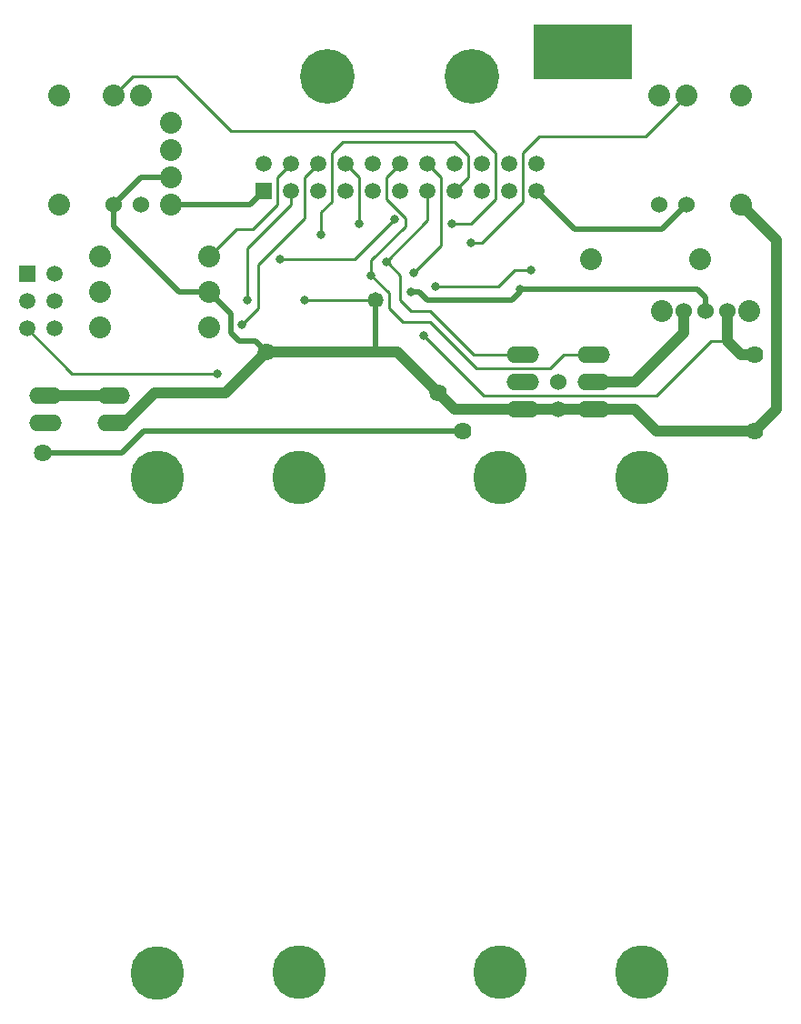
<source format=gtl>
%FSAX44Y44*%
%MOMM*%
G71*
G01*
G75*
G04 Layer_Physical_Order=1*
G04 Layer_Color=255*
%ADD10C,1.0160*%
%ADD11C,0.2540*%
%ADD12C,0.5080*%
%ADD13R,9.1440X5.0800*%
%ADD14O,3.0480X1.5240*%
%ADD15C,1.5240*%
%ADD16C,2.0320*%
%ADD17C,5.0038*%
%ADD18C,1.5000*%
%ADD19R,1.5000X1.5000*%
%ADD20R,1.5000X1.5000*%
%ADD21C,0.8128*%
%ADD22C,5.0800*%
%ADD23C,1.6256*%
%ADD24C,1.4732*%
D10*
X01147318Y01408430D02*
Y01428750D01*
X01101598Y01362710D02*
X01147318Y01408430D01*
X01063498Y01362710D02*
X01101598D01*
X01187958Y01400810D02*
Y01428750D01*
Y01400810D02*
X01200658Y01388110D01*
X01213358D01*
X00918718Y01352550D02*
X00933958Y01337310D01*
X00997458D01*
X00626618Y01324610D02*
X00654558Y01352550D01*
X01213358Y01316990D02*
X01233678Y01337310D01*
X01121918Y01316990D02*
X01213358D01*
X01101598Y01337310D02*
X01121918Y01316990D01*
X01063498Y01337310D02*
X01101598D01*
X00552958Y01350010D02*
X00616458D01*
X00997458Y01337310D02*
X01030478D01*
X01063498D01*
X01198118Y01527810D02*
X01200658D01*
X01233678Y01494790D01*
Y01337310D02*
Y01494790D01*
X00720598Y01352550D02*
X00758698Y01390650D01*
X00654558Y01352550D02*
X00720598D01*
X00758698Y01390650D02*
X00880618D01*
X00918718Y01352550D01*
D11*
X01172718Y01400810D02*
X01187958D01*
X00921258Y01489710D02*
Y01553210D01*
X00908558Y01565910D02*
X00921258Y01553210D01*
X00946658D02*
Y01573530D01*
X00933958Y01586230D02*
X00946658Y01573530D01*
X00829818Y01586230D02*
X00933958D01*
Y01540510D02*
X00946658Y01553210D01*
X00959358Y01492250D02*
X00997458Y01530350D01*
X00949198Y01492250D02*
X00959358D01*
X00949198Y01510030D02*
X00972058Y01532890D01*
X00931418Y01510030D02*
X00949198D01*
X00972058Y01532890D02*
Y01576070D01*
X00951738Y01596390D02*
X00972058Y01576070D01*
X00845058Y01510030D02*
Y01553210D01*
X00577850Y01370330D02*
X00712978D01*
X00535940Y01412240D02*
X00577850Y01370330D01*
X00794258Y01438910D02*
X00860298D01*
X00994918Y01446530D02*
Y01449070D01*
X00974598Y01451610D02*
X00989838Y01466850D01*
X01005078D01*
X00916178Y01451610D02*
X00974598D01*
X00908558Y01512803D02*
Y01540510D01*
X01035558Y01388110D02*
X01063498D01*
X00904864Y01405890D02*
X00960744Y01350010D01*
X01121918D01*
X01172718Y01400810D01*
X01022858Y01375410D02*
X01035558Y01388110D01*
X00951738D02*
X00997458D01*
X00954278Y01375410D02*
X01022858D01*
X00911098Y01418590D02*
X00954278Y01375410D01*
X00885698Y01418590D02*
X00911098D01*
X00870225Y01474470D02*
X00908558Y01512803D01*
X00911098Y01428750D02*
X00951738Y01388110D01*
X00893318Y01428750D02*
X00911098D01*
X00768858Y01553210D02*
X00781558Y01565910D01*
X00794258Y01553210D02*
X00806958Y01565910D01*
X00832358D02*
X00845058Y01553210D01*
X00809731Y01499637D02*
Y01520423D01*
X00819658Y01530350D01*
Y01576070D01*
X00895858Y01464310D02*
X00921258Y01489710D01*
X00819658Y01576070D02*
X00829818Y01586230D01*
X00781558Y01527810D02*
Y01540510D01*
X00870458Y01553210D02*
X00883158Y01565910D01*
X00870458Y01532890D02*
Y01553210D01*
X00856372Y01461770D02*
Y01475624D01*
X00888238Y01507490D01*
Y01515110D01*
X00870458Y01532890D02*
X00888238Y01515110D01*
X00841020Y01477010D02*
X00878078Y01514068D01*
X00771398Y01477010D02*
X00841020D01*
X00794258Y01515110D02*
Y01553210D01*
X00751078Y01471930D02*
X00794258Y01515110D01*
X00740918Y01487170D02*
X00781558Y01527810D01*
X00768858D02*
Y01553210D01*
X00997458Y01530350D02*
Y01576070D01*
X01012698Y01591310D01*
X01111758D01*
X01149858Y01629410D01*
X00735838Y01416050D02*
X00751078Y01431290D01*
Y01471930D01*
X00740918Y01438910D02*
Y01487170D01*
X00745998Y01504950D02*
X00768858Y01527810D01*
X00705358Y01479550D02*
X00730758Y01504950D01*
X00745998D01*
X00872998Y01431290D02*
X00885698Y01418590D01*
X00872998Y01431290D02*
Y01445144D01*
X00856372Y01461770D02*
X00872998Y01445144D01*
X00883158Y01438910D02*
X00893318Y01428750D01*
X00883158Y01438910D02*
Y01461537D01*
X00872628Y01472068D02*
X00883158Y01461537D01*
X00616458Y01629410D02*
X00634238Y01647190D01*
X00674878D01*
X00725678Y01596390D01*
X00951738D01*
D12*
X01167638Y01428750D02*
Y01441450D01*
X01160018Y01449070D02*
X01167638Y01441450D01*
X00994918Y01449070D02*
X01160018D01*
X00987298Y01438910D02*
X00994918Y01446530D01*
X00908558Y01438910D02*
X00987298D01*
X00900938Y01446530D02*
X00908558Y01438910D01*
X00893318Y01446530D02*
X00900938D01*
X00860298Y01390650D02*
Y01438910D01*
X01010158Y01540510D02*
X01045718Y01504950D01*
X01126998D01*
X01149858Y01527810D01*
X00705358Y01446530D02*
X00725678Y01426210D01*
X00677418Y01446530D02*
X00705358D01*
X00616458Y01507490D02*
X00677418Y01446530D01*
X00616458Y01507490D02*
Y01527810D01*
X00667258D02*
X00743458D01*
X00756158Y01540510D01*
X00616458Y01527810D02*
X00641858Y01553210D01*
X00669798D01*
X00550418Y01296670D02*
X00624078D01*
X00644398Y01316990D02*
X00941578D01*
X00624078Y01296670D02*
X00644398Y01316990D01*
X00748538Y01400810D02*
X00758698Y01390650D01*
X00725678Y01408430D02*
Y01426210D01*
Y01408430D02*
X00733298Y01400810D01*
X00748538D01*
D13*
X01053338Y01670050D02*
D03*
D14*
X01063498Y01362710D02*
D03*
Y01388110D02*
D03*
Y01337310D02*
D03*
X00997458Y01362710D02*
D03*
Y01388110D02*
D03*
Y01337310D02*
D03*
X00552958Y01350010D02*
D03*
Y01324610D02*
D03*
X00616458Y01350010D02*
D03*
Y01324610D02*
D03*
D15*
X01030478Y01362710D02*
D03*
Y01337310D02*
D03*
X01149858Y01527810D02*
D03*
X01124458D02*
D03*
X00616458D02*
D03*
X00641858D02*
D03*
X01167638Y01428750D02*
D03*
X01187638D02*
D03*
X01147638D02*
D03*
D16*
X00705358Y01413510D02*
D03*
X00603758D02*
D03*
X01060958Y01477010D02*
D03*
X01162558D02*
D03*
X00565658Y01527810D02*
D03*
Y01629410D02*
D03*
X00641858D02*
D03*
X00616458D02*
D03*
X01124458D02*
D03*
X01149858D02*
D03*
X01200658Y01527810D02*
D03*
Y01629410D02*
D03*
X00705358Y01446530D02*
D03*
X00603758D02*
D03*
Y01479550D02*
D03*
X00705358D02*
D03*
X00669798Y01527810D02*
D03*
Y01578610D02*
D03*
Y01604010D02*
D03*
Y01553210D02*
D03*
X01208638Y01428750D02*
D03*
X01126638D02*
D03*
D17*
X00657352Y00812292D02*
D03*
X01108202Y00812800D02*
D03*
X00789178D02*
D03*
X00976376D02*
D03*
X00657352Y01273175D02*
D03*
X01108202D02*
D03*
X00789178D02*
D03*
X00976376D02*
D03*
D18*
X00561340Y01412240D02*
D03*
X00535940D02*
D03*
X00561340Y01437640D02*
D03*
X00535940D02*
D03*
X00561340Y01463040D02*
D03*
X00756158Y01565910D02*
D03*
X00781558Y01540510D02*
D03*
Y01565910D02*
D03*
X00806958Y01540510D02*
D03*
Y01565910D02*
D03*
X00832358Y01540510D02*
D03*
Y01565910D02*
D03*
X00857758Y01540510D02*
D03*
Y01565910D02*
D03*
X00883158Y01540510D02*
D03*
Y01565910D02*
D03*
X00908558Y01540510D02*
D03*
Y01565910D02*
D03*
X00933958Y01540510D02*
D03*
Y01565910D02*
D03*
X00959358Y01540510D02*
D03*
Y01565910D02*
D03*
X00984758Y01540510D02*
D03*
Y01565910D02*
D03*
X01010158Y01540510D02*
D03*
Y01565910D02*
D03*
D19*
X00535940Y01463040D02*
D03*
D20*
X00756158Y01540510D02*
D03*
D21*
X00878078Y01514068D02*
D03*
X00803275Y01634617D02*
D03*
X00798068Y01647190D02*
D03*
X00803275Y01659763D02*
D03*
X00815848Y01664970D02*
D03*
X00828421Y01659763D02*
D03*
X00833628Y01647190D02*
D03*
X00828421Y01634617D02*
D03*
X00815848Y01629410D02*
D03*
X00950468D02*
D03*
X00963041Y01634617D02*
D03*
X00968248Y01647190D02*
D03*
X00963041Y01659763D02*
D03*
X00950468Y01664970D02*
D03*
X00937895Y01659763D02*
D03*
X00932688Y01647190D02*
D03*
X00937895Y01634617D02*
D03*
X00794258Y01438910D02*
D03*
X00994918Y01449070D02*
D03*
X01005078Y01466850D02*
D03*
X00712978Y01370330D02*
D03*
X00904864Y01405890D02*
D03*
X00856372Y01461770D02*
D03*
X00870225Y01474470D02*
D03*
X00931418Y01510030D02*
D03*
X00949198Y01492250D02*
D03*
X00916178Y01451610D02*
D03*
X00845058Y01510030D02*
D03*
X00809731Y01499637D02*
D03*
X00895858Y01464310D02*
D03*
X00893318Y01446530D02*
D03*
X00771398Y01477010D02*
D03*
X00735838Y01416050D02*
D03*
X00740918Y01438910D02*
D03*
D22*
X00815848Y01647190D02*
D03*
X00950468D02*
D03*
D23*
X00550418Y01296670D02*
D03*
X00941578Y01316990D02*
D03*
X00758698Y01390650D02*
D03*
X01213358Y01388110D02*
D03*
Y01316990D02*
D03*
X00918718Y01352550D02*
D03*
D24*
X00860298Y01438910D02*
D03*
M02*

</source>
